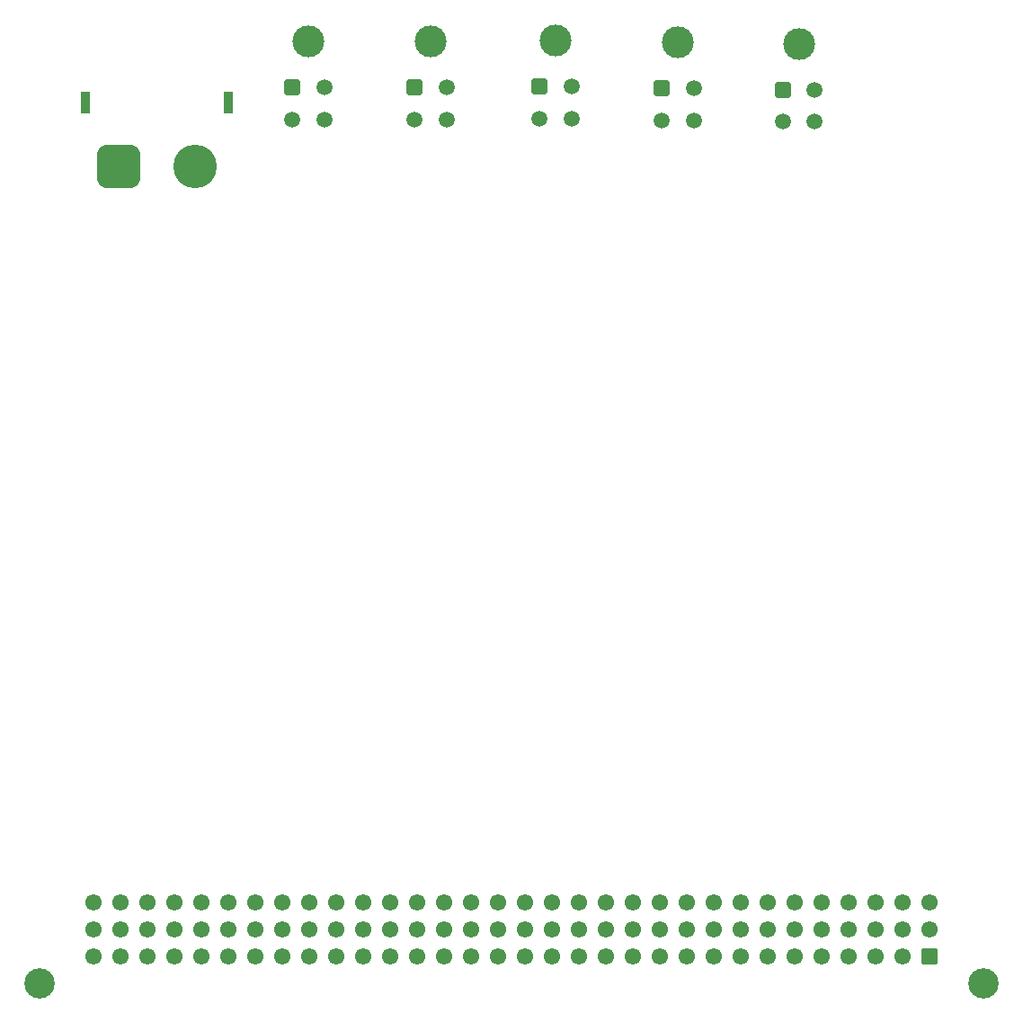
<source format=gbr>
%TF.GenerationSoftware,KiCad,Pcbnew,9.0.3*%
%TF.CreationDate,2025-09-23T23:00:59+02:00*%
%TF.ProjectId,ModuCard-GPIO-AUX,4d6f6475-4361-4726-942d-4750494f2d41,rev?*%
%TF.SameCoordinates,Original*%
%TF.FileFunction,Soldermask,Bot*%
%TF.FilePolarity,Negative*%
%FSLAX46Y46*%
G04 Gerber Fmt 4.6, Leading zero omitted, Abs format (unit mm)*
G04 Created by KiCad (PCBNEW 9.0.3) date 2025-09-23 23:00:59*
%MOMM*%
%LPD*%
G01*
G04 APERTURE LIST*
G04 Aperture macros list*
%AMRoundRect*
0 Rectangle with rounded corners*
0 $1 Rounding radius*
0 $2 $3 $4 $5 $6 $7 $8 $9 X,Y pos of 4 corners*
0 Add a 4 corners polygon primitive as box body*
4,1,4,$2,$3,$4,$5,$6,$7,$8,$9,$2,$3,0*
0 Add four circle primitives for the rounded corners*
1,1,$1+$1,$2,$3*
1,1,$1+$1,$4,$5*
1,1,$1+$1,$6,$7*
1,1,$1+$1,$8,$9*
0 Add four rect primitives between the rounded corners*
20,1,$1+$1,$2,$3,$4,$5,0*
20,1,$1+$1,$4,$5,$6,$7,0*
20,1,$1+$1,$6,$7,$8,$9,0*
20,1,$1+$1,$8,$9,$2,$3,0*%
G04 Aperture macros list end*
%ADD10C,3.000000*%
%ADD11RoundRect,0.250001X-0.499999X-0.499999X0.499999X-0.499999X0.499999X0.499999X-0.499999X0.499999X0*%
%ADD12C,1.500000*%
%ADD13R,0.900000X2.000000*%
%ADD14RoundRect,1.025000X-1.025000X-1.025000X1.025000X-1.025000X1.025000X1.025000X-1.025000X1.025000X0*%
%ADD15C,4.100000*%
%ADD16C,2.850000*%
%ADD17RoundRect,0.249999X0.525001X0.525001X-0.525001X0.525001X-0.525001X-0.525001X0.525001X-0.525001X0*%
%ADD18C,1.550000*%
G04 APERTURE END LIST*
D10*
%TO.C,J1*%
X94050000Y-75130000D03*
D11*
X92550000Y-79450000D03*
D12*
X95550000Y-79450000D03*
X92550000Y-82450000D03*
X95550000Y-82450000D03*
%TD*%
D13*
%TO.C,J7*%
X73050000Y-80850000D03*
X86550000Y-80850000D03*
D14*
X76200000Y-86850000D03*
D15*
X83400000Y-86850000D03*
%TD*%
D10*
%TO.C,J5*%
X117350000Y-75015000D03*
D11*
X115850000Y-79335000D03*
D12*
X118850000Y-79335000D03*
X115850000Y-82335000D03*
X118850000Y-82335000D03*
%TD*%
D16*
%TO.C,J6*%
X157630000Y-163750000D03*
X68730000Y-163750000D03*
D17*
X152550000Y-161210000D03*
D18*
X150010000Y-161210000D03*
X147470000Y-161210000D03*
X144930000Y-161210000D03*
X142390000Y-161210000D03*
X139850000Y-161210000D03*
X137310000Y-161210000D03*
X134770000Y-161210000D03*
X132230000Y-161210000D03*
X129690000Y-161210000D03*
X127150000Y-161210000D03*
X124610000Y-161210000D03*
X122070000Y-161210000D03*
X119530000Y-161210000D03*
X116990000Y-161210000D03*
X114450000Y-161210000D03*
X111910000Y-161210000D03*
X109370000Y-161210000D03*
X106830000Y-161210000D03*
X104290000Y-161210000D03*
X101750000Y-161210000D03*
X99210000Y-161210000D03*
X96670000Y-161210000D03*
X94130000Y-161210000D03*
X91590000Y-161210000D03*
X89050000Y-161210000D03*
X86510000Y-161210000D03*
X83970000Y-161210000D03*
X81430000Y-161210000D03*
X78890000Y-161210000D03*
X76350000Y-161210000D03*
X73810000Y-161210000D03*
X152550000Y-158670000D03*
X150010000Y-158670000D03*
X147470000Y-158670000D03*
X144930000Y-158670000D03*
X142390000Y-158670000D03*
X139850000Y-158670000D03*
X137310000Y-158670000D03*
X134770000Y-158670000D03*
X132230000Y-158670000D03*
X129690000Y-158670000D03*
X127150000Y-158670000D03*
X124610000Y-158670000D03*
X122070000Y-158670000D03*
X119530000Y-158670000D03*
X116990000Y-158670000D03*
X114450000Y-158670000D03*
X111910000Y-158670000D03*
X109370000Y-158670000D03*
X106830000Y-158670000D03*
X104290000Y-158670000D03*
X101750000Y-158670000D03*
X99210000Y-158670000D03*
X96670000Y-158670000D03*
X94130000Y-158670000D03*
X91590000Y-158670000D03*
X89050000Y-158670000D03*
X86510000Y-158670000D03*
X83970000Y-158670000D03*
X81430000Y-158670000D03*
X78890000Y-158670000D03*
X76350000Y-158670000D03*
X73810000Y-158670000D03*
X152550000Y-156130000D03*
X150010000Y-156130000D03*
X147470000Y-156130000D03*
X144930000Y-156130000D03*
X142390000Y-156130000D03*
X139850000Y-156130000D03*
X137310000Y-156130000D03*
X134770000Y-156130000D03*
X132230000Y-156130000D03*
X129690000Y-156130000D03*
X127150000Y-156130000D03*
X124610000Y-156130000D03*
X122070000Y-156130000D03*
X119530000Y-156130000D03*
X116990000Y-156130000D03*
X114450000Y-156130000D03*
X111910000Y-156130000D03*
X109370000Y-156130000D03*
X106830000Y-156130000D03*
X104290000Y-156130000D03*
X101750000Y-156130000D03*
X99210000Y-156130000D03*
X96670000Y-156130000D03*
X94130000Y-156130000D03*
X91590000Y-156130000D03*
X89050000Y-156130000D03*
X86510000Y-156130000D03*
X83970000Y-156130000D03*
X81430000Y-156130000D03*
X78890000Y-156130000D03*
X76350000Y-156130000D03*
X73810000Y-156130000D03*
%TD*%
D10*
%TO.C,J2*%
X140250000Y-75315000D03*
D11*
X138750000Y-79635000D03*
D12*
X141750000Y-79635000D03*
X138750000Y-82635000D03*
X141750000Y-82635000D03*
%TD*%
D10*
%TO.C,J4*%
X128850000Y-75215000D03*
D11*
X127350000Y-79535000D03*
D12*
X130350000Y-79535000D03*
X127350000Y-82535000D03*
X130350000Y-82535000D03*
%TD*%
D10*
%TO.C,J3*%
X105550000Y-75115000D03*
D11*
X104050000Y-79435000D03*
D12*
X107050000Y-79435000D03*
X104050000Y-82435000D03*
X107050000Y-82435000D03*
%TD*%
M02*

</source>
